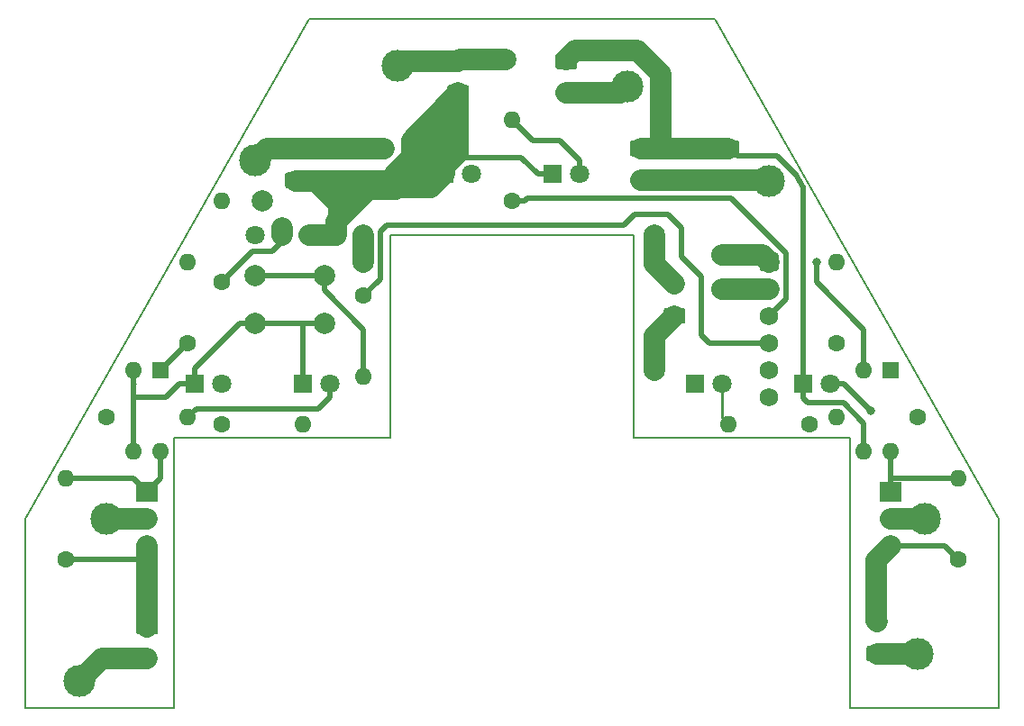
<source format=gbr>
%TF.GenerationSoftware,KiCad,Pcbnew,5.0.2-bee76a0~70~ubuntu18.04.1*%
%TF.CreationDate,2020-12-06T16:42:28+01:00*%
%TF.ProjectId,Robot-power-control,526f626f-742d-4706-9f77-65722d636f6e,rev?*%
%TF.SameCoordinates,Original*%
%TF.FileFunction,Copper,L2,Bot*%
%TF.FilePolarity,Positive*%
%FSLAX46Y46*%
G04 Gerber Fmt 4.6, Leading zero omitted, Abs format (unit mm)*
G04 Created by KiCad (PCBNEW 5.0.2-bee76a0~70~ubuntu18.04.1) date dim. 06 déc. 2020 16:42:28 CET*
%MOMM*%
%LPD*%
G01*
G04 APERTURE LIST*
%ADD10C,0.200000*%
%ADD11C,1.800000*%
%ADD12C,1.740000*%
%ADD13C,0.150000*%
%ADD14O,2.000000X1.905000*%
%ADD15R,2.000000X1.905000*%
%ADD16O,1.600000X1.600000*%
%ADD17R,1.600000X1.600000*%
%ADD18C,1.600000*%
%ADD19O,2.020000X1.500000*%
%ADD20C,1.500000*%
%ADD21R,1.800000X1.800000*%
%ADD22C,3.000000*%
%ADD23C,2.000000*%
%ADD24C,0.800000*%
%ADD25C,0.250000*%
%ADD26C,2.000000*%
%ADD27C,0.500000*%
G04 APERTURE END LIST*
D10*
X88900000Y-50800000D02*
X115570000Y-97790000D01*
X115570000Y-115570000D02*
X115570000Y-97790000D01*
X101600000Y-115570000D02*
X115570000Y-115570000D01*
X101600000Y-90170000D02*
X101600000Y-115570000D01*
X81280000Y-90170000D02*
X101600000Y-90170000D01*
X81280000Y-71120000D02*
X81280000Y-90170000D01*
X58420000Y-71120000D02*
X81280000Y-71120000D01*
X58420000Y-90170000D02*
X58420000Y-71120000D01*
X38100000Y-90170000D02*
X58420000Y-90170000D01*
X38100000Y-115570000D02*
X38100000Y-90170000D01*
X24130000Y-115570000D02*
X38100000Y-115570000D01*
X24130000Y-97790000D02*
X24130000Y-115570000D01*
X50800000Y-50800000D02*
X24130000Y-97790000D01*
X50800000Y-50800000D02*
X88900000Y-50800000D01*
D11*
X45720000Y-71120000D03*
X48260000Y-71120000D03*
X50800000Y-71120000D03*
X53340000Y-71120000D03*
X55880000Y-71120000D03*
D12*
X93980000Y-86360000D03*
X93980000Y-83820000D03*
X93980000Y-81280000D03*
X93980000Y-78740000D03*
X93980000Y-76200000D03*
D13*
G36*
X94624505Y-72791204D02*
X94648773Y-72794804D01*
X94672572Y-72800765D01*
X94695671Y-72809030D01*
X94717850Y-72819520D01*
X94738893Y-72832132D01*
X94758599Y-72846747D01*
X94776777Y-72863223D01*
X94793253Y-72881401D01*
X94807868Y-72901107D01*
X94820480Y-72922150D01*
X94830970Y-72944329D01*
X94839235Y-72967428D01*
X94845196Y-72991227D01*
X94848796Y-73015495D01*
X94850000Y-73039999D01*
X94850000Y-74280001D01*
X94848796Y-74304505D01*
X94845196Y-74328773D01*
X94839235Y-74352572D01*
X94830970Y-74375671D01*
X94820480Y-74397850D01*
X94807868Y-74418893D01*
X94793253Y-74438599D01*
X94776777Y-74456777D01*
X94758599Y-74473253D01*
X94738893Y-74487868D01*
X94717850Y-74500480D01*
X94695671Y-74510970D01*
X94672572Y-74519235D01*
X94648773Y-74525196D01*
X94624505Y-74528796D01*
X94600001Y-74530000D01*
X93359999Y-74530000D01*
X93335495Y-74528796D01*
X93311227Y-74525196D01*
X93287428Y-74519235D01*
X93264329Y-74510970D01*
X93242150Y-74500480D01*
X93221107Y-74487868D01*
X93201401Y-74473253D01*
X93183223Y-74456777D01*
X93166747Y-74438599D01*
X93152132Y-74418893D01*
X93139520Y-74397850D01*
X93129030Y-74375671D01*
X93120765Y-74352572D01*
X93114804Y-74328773D01*
X93111204Y-74304505D01*
X93110000Y-74280001D01*
X93110000Y-73039999D01*
X93111204Y-73015495D01*
X93114804Y-72991227D01*
X93120765Y-72967428D01*
X93129030Y-72944329D01*
X93139520Y-72922150D01*
X93152132Y-72901107D01*
X93166747Y-72881401D01*
X93183223Y-72863223D01*
X93201401Y-72846747D01*
X93221107Y-72832132D01*
X93242150Y-72819520D01*
X93264329Y-72809030D01*
X93287428Y-72800765D01*
X93311227Y-72794804D01*
X93335495Y-72791204D01*
X93359999Y-72790000D01*
X94600001Y-72790000D01*
X94624505Y-72791204D01*
X94624505Y-72791204D01*
G37*
D12*
X93980000Y-73660000D03*
D14*
X105410000Y-100330000D03*
X105410000Y-97790000D03*
D15*
X105410000Y-95250000D03*
D14*
X35560000Y-100330000D03*
X35560000Y-97790000D03*
D15*
X35560000Y-95250000D03*
D16*
X105410000Y-91440000D03*
X102870000Y-83820000D03*
X102870000Y-91440000D03*
D17*
X105410000Y-83820000D03*
D16*
X36830000Y-91440000D03*
X34290000Y-83820000D03*
X34290000Y-91440000D03*
D17*
X36830000Y-83820000D03*
D16*
X42545000Y-67945000D03*
D18*
X42545000Y-75565000D03*
D16*
X90170000Y-88900000D03*
D18*
X97790000Y-88900000D03*
D16*
X50165000Y-88900000D03*
D18*
X42545000Y-88900000D03*
D16*
X55880000Y-84455000D03*
D18*
X55880000Y-76835000D03*
D16*
X100330000Y-73660000D03*
D18*
X100330000Y-81280000D03*
D16*
X39370000Y-73660000D03*
D18*
X39370000Y-81280000D03*
D16*
X111760000Y-93980000D03*
D18*
X111760000Y-101600000D03*
D16*
X27940000Y-93980000D03*
D18*
X27940000Y-101600000D03*
D16*
X69850000Y-60325000D03*
D18*
X69850000Y-67945000D03*
D16*
X100330000Y-88265000D03*
D18*
X107950000Y-88265000D03*
D16*
X39370000Y-88265000D03*
D18*
X31750000Y-88265000D03*
D19*
X85090000Y-75740000D03*
D13*
G36*
X85874504Y-77991204D02*
X85898773Y-77994804D01*
X85922571Y-78000765D01*
X85945671Y-78009030D01*
X85967849Y-78019520D01*
X85988893Y-78032133D01*
X86008598Y-78046747D01*
X86026777Y-78063223D01*
X86043253Y-78081402D01*
X86057867Y-78101107D01*
X86070480Y-78122151D01*
X86080970Y-78144329D01*
X86089235Y-78167429D01*
X86095196Y-78191227D01*
X86098796Y-78215496D01*
X86100000Y-78240000D01*
X86100000Y-79240000D01*
X86098796Y-79264504D01*
X86095196Y-79288773D01*
X86089235Y-79312571D01*
X86080970Y-79335671D01*
X86070480Y-79357849D01*
X86057867Y-79378893D01*
X86043253Y-79398598D01*
X86026777Y-79416777D01*
X86008598Y-79433253D01*
X85988893Y-79447867D01*
X85967849Y-79460480D01*
X85945671Y-79470970D01*
X85922571Y-79479235D01*
X85898773Y-79485196D01*
X85874504Y-79488796D01*
X85850000Y-79490000D01*
X84330000Y-79490000D01*
X84305496Y-79488796D01*
X84281227Y-79485196D01*
X84257429Y-79479235D01*
X84234329Y-79470970D01*
X84212151Y-79460480D01*
X84191107Y-79447867D01*
X84171402Y-79433253D01*
X84153223Y-79416777D01*
X84136747Y-79398598D01*
X84122133Y-79378893D01*
X84109520Y-79357849D01*
X84099030Y-79335671D01*
X84090765Y-79312571D01*
X84084804Y-79288773D01*
X84081204Y-79264504D01*
X84080000Y-79240000D01*
X84080000Y-78240000D01*
X84081204Y-78215496D01*
X84084804Y-78191227D01*
X84090765Y-78167429D01*
X84099030Y-78144329D01*
X84109520Y-78122151D01*
X84122133Y-78101107D01*
X84136747Y-78081402D01*
X84153223Y-78063223D01*
X84171402Y-78046747D01*
X84191107Y-78032133D01*
X84212151Y-78019520D01*
X84234329Y-78009030D01*
X84257429Y-78000765D01*
X84281227Y-77994804D01*
X84305496Y-77991204D01*
X84330000Y-77990000D01*
X85850000Y-77990000D01*
X85874504Y-77991204D01*
X85874504Y-77991204D01*
G37*
D20*
X85090000Y-78740000D03*
D19*
X104140000Y-107490000D03*
D13*
G36*
X104924504Y-109741204D02*
X104948773Y-109744804D01*
X104972571Y-109750765D01*
X104995671Y-109759030D01*
X105017849Y-109769520D01*
X105038893Y-109782133D01*
X105058598Y-109796747D01*
X105076777Y-109813223D01*
X105093253Y-109831402D01*
X105107867Y-109851107D01*
X105120480Y-109872151D01*
X105130970Y-109894329D01*
X105139235Y-109917429D01*
X105145196Y-109941227D01*
X105148796Y-109965496D01*
X105150000Y-109990000D01*
X105150000Y-110990000D01*
X105148796Y-111014504D01*
X105145196Y-111038773D01*
X105139235Y-111062571D01*
X105130970Y-111085671D01*
X105120480Y-111107849D01*
X105107867Y-111128893D01*
X105093253Y-111148598D01*
X105076777Y-111166777D01*
X105058598Y-111183253D01*
X105038893Y-111197867D01*
X105017849Y-111210480D01*
X104995671Y-111220970D01*
X104972571Y-111229235D01*
X104948773Y-111235196D01*
X104924504Y-111238796D01*
X104900000Y-111240000D01*
X103380000Y-111240000D01*
X103355496Y-111238796D01*
X103331227Y-111235196D01*
X103307429Y-111229235D01*
X103284329Y-111220970D01*
X103262151Y-111210480D01*
X103241107Y-111197867D01*
X103221402Y-111183253D01*
X103203223Y-111166777D01*
X103186747Y-111148598D01*
X103172133Y-111128893D01*
X103159520Y-111107849D01*
X103149030Y-111085671D01*
X103140765Y-111062571D01*
X103134804Y-111038773D01*
X103131204Y-111014504D01*
X103130000Y-110990000D01*
X103130000Y-109990000D01*
X103131204Y-109965496D01*
X103134804Y-109941227D01*
X103140765Y-109917429D01*
X103149030Y-109894329D01*
X103159520Y-109872151D01*
X103172133Y-109851107D01*
X103186747Y-109831402D01*
X103203223Y-109813223D01*
X103221402Y-109796747D01*
X103241107Y-109782133D01*
X103262151Y-109769520D01*
X103284329Y-109759030D01*
X103307429Y-109750765D01*
X103331227Y-109744804D01*
X103355496Y-109741204D01*
X103380000Y-109740000D01*
X104900000Y-109740000D01*
X104924504Y-109741204D01*
X104924504Y-109741204D01*
G37*
D20*
X104140000Y-110490000D03*
D19*
X35560000Y-110950000D03*
D13*
G36*
X36344504Y-107201204D02*
X36368773Y-107204804D01*
X36392571Y-107210765D01*
X36415671Y-107219030D01*
X36437849Y-107229520D01*
X36458893Y-107242133D01*
X36478598Y-107256747D01*
X36496777Y-107273223D01*
X36513253Y-107291402D01*
X36527867Y-107311107D01*
X36540480Y-107332151D01*
X36550970Y-107354329D01*
X36559235Y-107377429D01*
X36565196Y-107401227D01*
X36568796Y-107425496D01*
X36570000Y-107450000D01*
X36570000Y-108450000D01*
X36568796Y-108474504D01*
X36565196Y-108498773D01*
X36559235Y-108522571D01*
X36550970Y-108545671D01*
X36540480Y-108567849D01*
X36527867Y-108588893D01*
X36513253Y-108608598D01*
X36496777Y-108626777D01*
X36478598Y-108643253D01*
X36458893Y-108657867D01*
X36437849Y-108670480D01*
X36415671Y-108680970D01*
X36392571Y-108689235D01*
X36368773Y-108695196D01*
X36344504Y-108698796D01*
X36320000Y-108700000D01*
X34800000Y-108700000D01*
X34775496Y-108698796D01*
X34751227Y-108695196D01*
X34727429Y-108689235D01*
X34704329Y-108680970D01*
X34682151Y-108670480D01*
X34661107Y-108657867D01*
X34641402Y-108643253D01*
X34623223Y-108626777D01*
X34606747Y-108608598D01*
X34592133Y-108588893D01*
X34579520Y-108567849D01*
X34569030Y-108545671D01*
X34560765Y-108522571D01*
X34554804Y-108498773D01*
X34551204Y-108474504D01*
X34550000Y-108450000D01*
X34550000Y-107450000D01*
X34551204Y-107425496D01*
X34554804Y-107401227D01*
X34560765Y-107377429D01*
X34569030Y-107354329D01*
X34579520Y-107332151D01*
X34592133Y-107311107D01*
X34606747Y-107291402D01*
X34623223Y-107273223D01*
X34641402Y-107256747D01*
X34661107Y-107242133D01*
X34682151Y-107229520D01*
X34704329Y-107219030D01*
X34727429Y-107210765D01*
X34751227Y-107204804D01*
X34775496Y-107201204D01*
X34800000Y-107200000D01*
X36320000Y-107200000D01*
X36344504Y-107201204D01*
X36344504Y-107201204D01*
G37*
D20*
X35560000Y-107950000D03*
D19*
X81906500Y-66007500D03*
D13*
G36*
X82691004Y-62258704D02*
X82715273Y-62262304D01*
X82739071Y-62268265D01*
X82762171Y-62276530D01*
X82784349Y-62287020D01*
X82805393Y-62299633D01*
X82825098Y-62314247D01*
X82843277Y-62330723D01*
X82859753Y-62348902D01*
X82874367Y-62368607D01*
X82886980Y-62389651D01*
X82897470Y-62411829D01*
X82905735Y-62434929D01*
X82911696Y-62458727D01*
X82915296Y-62482996D01*
X82916500Y-62507500D01*
X82916500Y-63507500D01*
X82915296Y-63532004D01*
X82911696Y-63556273D01*
X82905735Y-63580071D01*
X82897470Y-63603171D01*
X82886980Y-63625349D01*
X82874367Y-63646393D01*
X82859753Y-63666098D01*
X82843277Y-63684277D01*
X82825098Y-63700753D01*
X82805393Y-63715367D01*
X82784349Y-63727980D01*
X82762171Y-63738470D01*
X82739071Y-63746735D01*
X82715273Y-63752696D01*
X82691004Y-63756296D01*
X82666500Y-63757500D01*
X81146500Y-63757500D01*
X81121996Y-63756296D01*
X81097727Y-63752696D01*
X81073929Y-63746735D01*
X81050829Y-63738470D01*
X81028651Y-63727980D01*
X81007607Y-63715367D01*
X80987902Y-63700753D01*
X80969723Y-63684277D01*
X80953247Y-63666098D01*
X80938633Y-63646393D01*
X80926020Y-63625349D01*
X80915530Y-63603171D01*
X80907265Y-63580071D01*
X80901304Y-63556273D01*
X80897704Y-63532004D01*
X80896500Y-63507500D01*
X80896500Y-62507500D01*
X80897704Y-62482996D01*
X80901304Y-62458727D01*
X80907265Y-62434929D01*
X80915530Y-62411829D01*
X80926020Y-62389651D01*
X80938633Y-62368607D01*
X80953247Y-62348902D01*
X80969723Y-62330723D01*
X80987902Y-62314247D01*
X81007607Y-62299633D01*
X81028651Y-62287020D01*
X81050829Y-62276530D01*
X81073929Y-62268265D01*
X81097727Y-62262304D01*
X81121996Y-62258704D01*
X81146500Y-62257500D01*
X82666500Y-62257500D01*
X82691004Y-62258704D01*
X82691004Y-62258704D01*
G37*
D20*
X81906500Y-63007500D03*
D19*
X57785000Y-63007500D03*
D13*
G36*
X58569504Y-65258704D02*
X58593773Y-65262304D01*
X58617571Y-65268265D01*
X58640671Y-65276530D01*
X58662849Y-65287020D01*
X58683893Y-65299633D01*
X58703598Y-65314247D01*
X58721777Y-65330723D01*
X58738253Y-65348902D01*
X58752867Y-65368607D01*
X58765480Y-65389651D01*
X58775970Y-65411829D01*
X58784235Y-65434929D01*
X58790196Y-65458727D01*
X58793796Y-65482996D01*
X58795000Y-65507500D01*
X58795000Y-66507500D01*
X58793796Y-66532004D01*
X58790196Y-66556273D01*
X58784235Y-66580071D01*
X58775970Y-66603171D01*
X58765480Y-66625349D01*
X58752867Y-66646393D01*
X58738253Y-66666098D01*
X58721777Y-66684277D01*
X58703598Y-66700753D01*
X58683893Y-66715367D01*
X58662849Y-66727980D01*
X58640671Y-66738470D01*
X58617571Y-66746735D01*
X58593773Y-66752696D01*
X58569504Y-66756296D01*
X58545000Y-66757500D01*
X57025000Y-66757500D01*
X57000496Y-66756296D01*
X56976227Y-66752696D01*
X56952429Y-66746735D01*
X56929329Y-66738470D01*
X56907151Y-66727980D01*
X56886107Y-66715367D01*
X56866402Y-66700753D01*
X56848223Y-66684277D01*
X56831747Y-66666098D01*
X56817133Y-66646393D01*
X56804520Y-66625349D01*
X56794030Y-66603171D01*
X56785765Y-66580071D01*
X56779804Y-66556273D01*
X56776204Y-66532004D01*
X56775000Y-66507500D01*
X56775000Y-65507500D01*
X56776204Y-65482996D01*
X56779804Y-65458727D01*
X56785765Y-65434929D01*
X56794030Y-65411829D01*
X56804520Y-65389651D01*
X56817133Y-65368607D01*
X56831747Y-65348902D01*
X56848223Y-65330723D01*
X56866402Y-65314247D01*
X56886107Y-65299633D01*
X56907151Y-65287020D01*
X56929329Y-65276530D01*
X56952429Y-65268265D01*
X56976227Y-65262304D01*
X57000496Y-65258704D01*
X57025000Y-65257500D01*
X58545000Y-65257500D01*
X58569504Y-65258704D01*
X58569504Y-65258704D01*
G37*
D20*
X57785000Y-66007500D03*
D19*
X90170000Y-66007500D03*
D13*
G36*
X90954504Y-62258704D02*
X90978773Y-62262304D01*
X91002571Y-62268265D01*
X91025671Y-62276530D01*
X91047849Y-62287020D01*
X91068893Y-62299633D01*
X91088598Y-62314247D01*
X91106777Y-62330723D01*
X91123253Y-62348902D01*
X91137867Y-62368607D01*
X91150480Y-62389651D01*
X91160970Y-62411829D01*
X91169235Y-62434929D01*
X91175196Y-62458727D01*
X91178796Y-62482996D01*
X91180000Y-62507500D01*
X91180000Y-63507500D01*
X91178796Y-63532004D01*
X91175196Y-63556273D01*
X91169235Y-63580071D01*
X91160970Y-63603171D01*
X91150480Y-63625349D01*
X91137867Y-63646393D01*
X91123253Y-63666098D01*
X91106777Y-63684277D01*
X91088598Y-63700753D01*
X91068893Y-63715367D01*
X91047849Y-63727980D01*
X91025671Y-63738470D01*
X91002571Y-63746735D01*
X90978773Y-63752696D01*
X90954504Y-63756296D01*
X90930000Y-63757500D01*
X89410000Y-63757500D01*
X89385496Y-63756296D01*
X89361227Y-63752696D01*
X89337429Y-63746735D01*
X89314329Y-63738470D01*
X89292151Y-63727980D01*
X89271107Y-63715367D01*
X89251402Y-63700753D01*
X89233223Y-63684277D01*
X89216747Y-63666098D01*
X89202133Y-63646393D01*
X89189520Y-63625349D01*
X89179030Y-63603171D01*
X89170765Y-63580071D01*
X89164804Y-63556273D01*
X89161204Y-63532004D01*
X89160000Y-63507500D01*
X89160000Y-62507500D01*
X89161204Y-62482996D01*
X89164804Y-62458727D01*
X89170765Y-62434929D01*
X89179030Y-62411829D01*
X89189520Y-62389651D01*
X89202133Y-62368607D01*
X89216747Y-62348902D01*
X89233223Y-62330723D01*
X89251402Y-62314247D01*
X89271107Y-62299633D01*
X89292151Y-62287020D01*
X89314329Y-62276530D01*
X89337429Y-62268265D01*
X89361227Y-62262304D01*
X89385496Y-62258704D01*
X89410000Y-62257500D01*
X90930000Y-62257500D01*
X90954504Y-62258704D01*
X90954504Y-62258704D01*
G37*
D20*
X90170000Y-63007500D03*
D19*
X49530000Y-63007500D03*
D13*
G36*
X50314504Y-65258704D02*
X50338773Y-65262304D01*
X50362571Y-65268265D01*
X50385671Y-65276530D01*
X50407849Y-65287020D01*
X50428893Y-65299633D01*
X50448598Y-65314247D01*
X50466777Y-65330723D01*
X50483253Y-65348902D01*
X50497867Y-65368607D01*
X50510480Y-65389651D01*
X50520970Y-65411829D01*
X50529235Y-65434929D01*
X50535196Y-65458727D01*
X50538796Y-65482996D01*
X50540000Y-65507500D01*
X50540000Y-66507500D01*
X50538796Y-66532004D01*
X50535196Y-66556273D01*
X50529235Y-66580071D01*
X50520970Y-66603171D01*
X50510480Y-66625349D01*
X50497867Y-66646393D01*
X50483253Y-66666098D01*
X50466777Y-66684277D01*
X50448598Y-66700753D01*
X50428893Y-66715367D01*
X50407849Y-66727980D01*
X50385671Y-66738470D01*
X50362571Y-66746735D01*
X50338773Y-66752696D01*
X50314504Y-66756296D01*
X50290000Y-66757500D01*
X48770000Y-66757500D01*
X48745496Y-66756296D01*
X48721227Y-66752696D01*
X48697429Y-66746735D01*
X48674329Y-66738470D01*
X48652151Y-66727980D01*
X48631107Y-66715367D01*
X48611402Y-66700753D01*
X48593223Y-66684277D01*
X48576747Y-66666098D01*
X48562133Y-66646393D01*
X48549520Y-66625349D01*
X48539030Y-66603171D01*
X48530765Y-66580071D01*
X48524804Y-66556273D01*
X48521204Y-66532004D01*
X48520000Y-66507500D01*
X48520000Y-65507500D01*
X48521204Y-65482996D01*
X48524804Y-65458727D01*
X48530765Y-65434929D01*
X48539030Y-65411829D01*
X48549520Y-65389651D01*
X48562133Y-65368607D01*
X48576747Y-65348902D01*
X48593223Y-65330723D01*
X48611402Y-65314247D01*
X48631107Y-65299633D01*
X48652151Y-65287020D01*
X48674329Y-65276530D01*
X48697429Y-65268265D01*
X48721227Y-65262304D01*
X48745496Y-65258704D01*
X48770000Y-65257500D01*
X50290000Y-65257500D01*
X50314504Y-65258704D01*
X50314504Y-65258704D01*
G37*
D20*
X49530000Y-66007500D03*
D19*
X74921500Y-57816000D03*
D13*
G36*
X75706004Y-54067204D02*
X75730273Y-54070804D01*
X75754071Y-54076765D01*
X75777171Y-54085030D01*
X75799349Y-54095520D01*
X75820393Y-54108133D01*
X75840098Y-54122747D01*
X75858277Y-54139223D01*
X75874753Y-54157402D01*
X75889367Y-54177107D01*
X75901980Y-54198151D01*
X75912470Y-54220329D01*
X75920735Y-54243429D01*
X75926696Y-54267227D01*
X75930296Y-54291496D01*
X75931500Y-54316000D01*
X75931500Y-55316000D01*
X75930296Y-55340504D01*
X75926696Y-55364773D01*
X75920735Y-55388571D01*
X75912470Y-55411671D01*
X75901980Y-55433849D01*
X75889367Y-55454893D01*
X75874753Y-55474598D01*
X75858277Y-55492777D01*
X75840098Y-55509253D01*
X75820393Y-55523867D01*
X75799349Y-55536480D01*
X75777171Y-55546970D01*
X75754071Y-55555235D01*
X75730273Y-55561196D01*
X75706004Y-55564796D01*
X75681500Y-55566000D01*
X74161500Y-55566000D01*
X74136996Y-55564796D01*
X74112727Y-55561196D01*
X74088929Y-55555235D01*
X74065829Y-55546970D01*
X74043651Y-55536480D01*
X74022607Y-55523867D01*
X74002902Y-55509253D01*
X73984723Y-55492777D01*
X73968247Y-55474598D01*
X73953633Y-55454893D01*
X73941020Y-55433849D01*
X73930530Y-55411671D01*
X73922265Y-55388571D01*
X73916304Y-55364773D01*
X73912704Y-55340504D01*
X73911500Y-55316000D01*
X73911500Y-54316000D01*
X73912704Y-54291496D01*
X73916304Y-54267227D01*
X73922265Y-54243429D01*
X73930530Y-54220329D01*
X73941020Y-54198151D01*
X73953633Y-54177107D01*
X73968247Y-54157402D01*
X73984723Y-54139223D01*
X74002902Y-54122747D01*
X74022607Y-54108133D01*
X74043651Y-54095520D01*
X74065829Y-54085030D01*
X74088929Y-54076765D01*
X74112727Y-54070804D01*
X74136996Y-54067204D01*
X74161500Y-54066000D01*
X75681500Y-54066000D01*
X75706004Y-54067204D01*
X75706004Y-54067204D01*
G37*
D20*
X74921500Y-54816000D03*
D19*
X64770000Y-54785000D03*
D13*
G36*
X65554504Y-57036204D02*
X65578773Y-57039804D01*
X65602571Y-57045765D01*
X65625671Y-57054030D01*
X65647849Y-57064520D01*
X65668893Y-57077133D01*
X65688598Y-57091747D01*
X65706777Y-57108223D01*
X65723253Y-57126402D01*
X65737867Y-57146107D01*
X65750480Y-57167151D01*
X65760970Y-57189329D01*
X65769235Y-57212429D01*
X65775196Y-57236227D01*
X65778796Y-57260496D01*
X65780000Y-57285000D01*
X65780000Y-58285000D01*
X65778796Y-58309504D01*
X65775196Y-58333773D01*
X65769235Y-58357571D01*
X65760970Y-58380671D01*
X65750480Y-58402849D01*
X65737867Y-58423893D01*
X65723253Y-58443598D01*
X65706777Y-58461777D01*
X65688598Y-58478253D01*
X65668893Y-58492867D01*
X65647849Y-58505480D01*
X65625671Y-58515970D01*
X65602571Y-58524235D01*
X65578773Y-58530196D01*
X65554504Y-58533796D01*
X65530000Y-58535000D01*
X64010000Y-58535000D01*
X63985496Y-58533796D01*
X63961227Y-58530196D01*
X63937429Y-58524235D01*
X63914329Y-58515970D01*
X63892151Y-58505480D01*
X63871107Y-58492867D01*
X63851402Y-58478253D01*
X63833223Y-58461777D01*
X63816747Y-58443598D01*
X63802133Y-58423893D01*
X63789520Y-58402849D01*
X63779030Y-58380671D01*
X63770765Y-58357571D01*
X63764804Y-58333773D01*
X63761204Y-58309504D01*
X63760000Y-58285000D01*
X63760000Y-57285000D01*
X63761204Y-57260496D01*
X63764804Y-57236227D01*
X63770765Y-57212429D01*
X63779030Y-57189329D01*
X63789520Y-57167151D01*
X63802133Y-57146107D01*
X63816747Y-57126402D01*
X63833223Y-57108223D01*
X63851402Y-57091747D01*
X63871107Y-57077133D01*
X63892151Y-57064520D01*
X63914329Y-57054030D01*
X63937429Y-57045765D01*
X63961227Y-57039804D01*
X63985496Y-57036204D01*
X64010000Y-57035000D01*
X65530000Y-57035000D01*
X65554504Y-57036204D01*
X65554504Y-57036204D01*
G37*
D20*
X64770000Y-57785000D03*
D11*
X66040000Y-65405000D03*
D21*
X63500000Y-65405000D03*
X86995000Y-85090000D03*
D11*
X89535000Y-85090000D03*
X42545000Y-85090000D03*
D21*
X40005000Y-85090000D03*
D11*
X76200000Y-65405000D03*
D21*
X73660000Y-65405000D03*
X97155000Y-85090000D03*
D11*
X99695000Y-85090000D03*
D21*
X50165000Y-85090000D03*
D11*
X52705000Y-85090000D03*
D22*
X59055000Y-55245000D03*
X29210000Y-113030000D03*
X45720000Y-64135000D03*
X80645000Y-57150000D03*
X107950000Y-110490000D03*
X108585000Y-97790000D03*
X93980000Y-66040000D03*
X31750000Y-97790000D03*
D23*
X45720000Y-79430000D03*
X45720000Y-74930000D03*
X52220000Y-79430000D03*
X52220000Y-74930000D03*
X69215000Y-54610000D03*
X83185000Y-71120000D03*
X83185000Y-83820000D03*
X55880000Y-73660000D03*
X89535000Y-76200000D03*
X54610000Y-67310000D03*
X89535000Y-73025000D03*
X46355000Y-67945000D03*
D24*
X98425000Y-73660000D03*
X103505000Y-87630000D03*
D25*
X38855000Y-85090000D02*
X40005000Y-85090000D01*
X34290000Y-84951370D02*
X34428630Y-85090000D01*
X34290000Y-83820000D02*
X34290000Y-84951370D01*
D26*
X60289990Y-65440010D02*
X63500000Y-62230000D01*
X63500000Y-59055000D02*
X63500000Y-62230000D01*
X63500000Y-62230000D02*
X63500000Y-65405000D01*
X63949290Y-60269836D02*
X63949290Y-58605710D01*
X63500000Y-65405000D02*
X58814126Y-65405000D01*
X63500000Y-65405000D02*
X63500000Y-59055000D01*
D27*
X34290000Y-86360000D02*
X37335000Y-86360000D01*
X34290000Y-86360000D02*
X34290000Y-91440000D01*
X34290000Y-83820000D02*
X34290000Y-86360000D01*
X38605000Y-85090000D02*
X40005000Y-85090000D01*
X37335000Y-86360000D02*
X38605000Y-85090000D01*
X44305787Y-79430000D02*
X45720000Y-79430000D01*
X44265000Y-79430000D02*
X44305787Y-79430000D01*
X40005000Y-83690000D02*
X44265000Y-79430000D01*
X40005000Y-85090000D02*
X40005000Y-83690000D01*
X50165000Y-85090000D02*
X50165000Y-79430000D01*
X45720000Y-79430000D02*
X50165000Y-79430000D01*
X50165000Y-79430000D02*
X52220000Y-79430000D01*
D26*
X49530000Y-66040000D02*
X53975000Y-66040000D01*
X49530000Y-66040000D02*
X52070000Y-66040000D01*
X53975000Y-66040000D02*
X55245000Y-66040000D01*
X55245000Y-66040000D02*
X57785000Y-66040000D01*
X63500000Y-65405000D02*
X58825998Y-65405000D01*
D27*
X72260000Y-65405000D02*
X73660000Y-65405000D01*
X63650001Y-63854999D02*
X70709999Y-63854999D01*
X70709999Y-63854999D02*
X72260000Y-65405000D01*
X63500000Y-64005000D02*
X63650001Y-63854999D01*
X63500000Y-65405000D02*
X63500000Y-64005000D01*
X98425000Y-73660000D02*
X98425000Y-75565000D01*
X102870000Y-83820000D02*
X102870000Y-80010000D01*
X102870000Y-80010000D02*
X98425000Y-75565000D01*
D26*
X93345000Y-73025000D02*
X93980000Y-73660000D01*
X89535000Y-73025000D02*
X93345000Y-73025000D01*
X50800000Y-71120000D02*
X53340000Y-71120000D01*
X53610001Y-68309999D02*
X54610000Y-67310000D01*
X53340000Y-69847208D02*
X53610001Y-69577207D01*
X53610001Y-69577207D02*
X53610001Y-68309999D01*
X51340002Y-66040000D02*
X53610001Y-68309999D01*
X49530000Y-66040000D02*
X51340002Y-66040000D01*
X56326498Y-66860710D02*
X56964290Y-66860710D01*
X56964290Y-66860710D02*
X57785000Y-66040000D01*
X53340000Y-69847208D02*
X56326498Y-66860710D01*
X53340000Y-71120000D02*
X53340000Y-69847208D01*
D27*
X58640288Y-65219290D02*
X58825998Y-65405000D01*
X58605710Y-65219290D02*
X58640288Y-65219290D01*
X57785000Y-66040000D02*
X58605710Y-65219290D01*
D26*
X63500000Y-65405000D02*
X62230000Y-66675000D01*
X62230000Y-66675000D02*
X59055000Y-66675000D01*
X58869290Y-66860710D02*
X56326498Y-66860710D01*
X59055000Y-66675000D02*
X58869290Y-66860710D01*
X63500000Y-59148802D02*
X60418802Y-62230000D01*
X63500000Y-59055000D02*
X63500000Y-59148802D01*
X60418802Y-63199676D02*
X60719126Y-63500000D01*
X60418802Y-62230000D02*
X60418802Y-63199676D01*
X58814126Y-65405000D02*
X60719126Y-63500000D01*
X60719126Y-63500000D02*
X63949290Y-60269836D01*
X64770000Y-57785000D02*
X63500000Y-59055000D01*
X64770000Y-57785000D02*
X64770000Y-63418998D01*
X63500000Y-64688998D02*
X64770000Y-63418998D01*
X63500000Y-65405000D02*
X63500000Y-64688998D01*
X83820000Y-56032998D02*
X83820000Y-62865000D01*
X81576292Y-53789290D02*
X83820000Y-56032998D01*
X75750710Y-53789290D02*
X81576292Y-53789290D01*
X74930000Y-54610000D02*
X75750710Y-53789290D01*
D27*
X100978001Y-86914999D02*
X102870000Y-88806998D01*
X102870000Y-90308630D02*
X102870000Y-91440000D01*
X97579999Y-86914999D02*
X100978001Y-86914999D01*
X97155000Y-86490000D02*
X97579999Y-86914999D01*
X97155000Y-85090000D02*
X97155000Y-86490000D01*
X102870000Y-88806998D02*
X102870000Y-90308630D01*
X96460943Y-65438521D02*
X97155000Y-66661384D01*
X94708132Y-63685710D02*
X96460943Y-65438521D01*
X90170000Y-62865000D02*
X90990710Y-63685710D01*
X90990710Y-63685710D02*
X94708132Y-63685710D01*
X97155000Y-66661384D02*
X97155000Y-69215000D01*
X97155000Y-85090000D02*
X97155000Y-69215000D01*
X97155000Y-69215000D02*
X97155000Y-66863976D01*
D26*
X81906500Y-63007500D02*
X90170000Y-63007500D01*
X104140000Y-110490000D02*
X107950000Y-110490000D01*
X79979000Y-57816000D02*
X80645000Y-57150000D01*
X74921500Y-57816000D02*
X79979000Y-57816000D01*
X31290000Y-110950000D02*
X35560000Y-110950000D01*
X29210000Y-113030000D02*
X31290000Y-110950000D01*
X83185000Y-73835000D02*
X85090000Y-75740000D01*
X83185000Y-71120000D02*
X83185000Y-73835000D01*
X64945000Y-54610000D02*
X64770000Y-54785000D01*
X69215000Y-54610000D02*
X64945000Y-54610000D01*
X59515000Y-54785000D02*
X59055000Y-55245000D01*
X64770000Y-54785000D02*
X59515000Y-54785000D01*
D25*
X104140000Y-100330000D02*
X105410000Y-100330000D01*
D26*
X104064999Y-107414999D02*
X104064999Y-101675001D01*
X104064999Y-101675001D02*
X105410000Y-100330000D01*
X104140000Y-107490000D02*
X104064999Y-107414999D01*
D27*
X110490000Y-100330000D02*
X111760000Y-101600000D01*
X105410000Y-100330000D02*
X110490000Y-100330000D01*
D26*
X105410000Y-97790000D02*
X108585000Y-97790000D01*
X93805000Y-65865000D02*
X93980000Y-66040000D01*
X81906500Y-66007500D02*
X90170000Y-66007500D01*
X93947500Y-66007500D02*
X93980000Y-66040000D01*
X90170000Y-66007500D02*
X93947500Y-66007500D01*
X31750000Y-97790000D02*
X35560000Y-97790000D01*
X49530000Y-63040000D02*
X57785000Y-63040000D01*
X46815000Y-63040000D02*
X45720000Y-64135000D01*
X49530000Y-63040000D02*
X46815000Y-63040000D01*
D27*
X111760000Y-93980000D02*
X105410000Y-93980000D01*
X105410000Y-95250000D02*
X105410000Y-93980000D01*
X105410000Y-93980000D02*
X105410000Y-91440000D01*
D25*
X35512500Y-95250000D02*
X35560000Y-95250000D01*
X35607500Y-95250000D02*
X35560000Y-95250000D01*
D27*
X34290000Y-93980000D02*
X35560000Y-95250000D01*
X27940000Y-93980000D02*
X34290000Y-93980000D01*
X36830000Y-93980000D02*
X35560000Y-95250000D01*
X36830000Y-91440000D02*
X36830000Y-93980000D01*
D25*
X89535000Y-88265000D02*
X90170000Y-88900000D01*
X89535000Y-85090000D02*
X89535000Y-88265000D01*
D27*
X76200000Y-64132208D02*
X74297792Y-62230000D01*
X76200000Y-65405000D02*
X76200000Y-64132208D01*
X71755000Y-62230000D02*
X74295000Y-62230000D01*
X69850000Y-60325000D02*
X71755000Y-62230000D01*
X74297792Y-62230000D02*
X74295000Y-62230000D01*
X100330000Y-85090000D02*
X99695000Y-85090000D01*
X100965000Y-85090000D02*
X99695000Y-85090000D01*
X103505000Y-87630000D02*
X100965000Y-85090000D01*
X51602791Y-87465001D02*
X52705000Y-86362792D01*
X40169999Y-87465001D02*
X51602791Y-87465001D01*
X52705000Y-86362792D02*
X52705000Y-85090000D01*
X39370000Y-88265000D02*
X40169999Y-87465001D01*
D26*
X89535000Y-76200000D02*
X93980000Y-76200000D01*
X55880000Y-71120000D02*
X55880000Y-73660000D01*
D27*
X90371387Y-67679999D02*
X71246371Y-67679999D01*
X95530010Y-72838622D02*
X90371387Y-67679999D01*
X95530010Y-77189990D02*
X95530010Y-72838622D01*
X93980000Y-78740000D02*
X95530010Y-77189990D01*
X70981370Y-67945000D02*
X69850000Y-67945000D01*
X71246371Y-67679999D02*
X70981370Y-67945000D01*
X88343802Y-81280000D02*
X93980000Y-81280000D01*
X87618801Y-80554999D02*
X88343802Y-81280000D01*
X87618801Y-75062603D02*
X87618801Y-80554999D01*
X85725000Y-73168802D02*
X87618801Y-75062603D01*
X55880000Y-76835000D02*
X57430010Y-75284990D01*
X84455000Y-69215000D02*
X85725000Y-70485000D01*
X57430010Y-75284990D02*
X57430010Y-70839990D01*
X57430010Y-70839990D02*
X58044999Y-70225001D01*
X58044999Y-70225001D02*
X80348801Y-70225001D01*
X85725000Y-70485000D02*
X85725000Y-73168802D01*
X80348801Y-70225001D02*
X81358802Y-69215000D01*
X81358802Y-69215000D02*
X84455000Y-69215000D01*
X45439999Y-72670001D02*
X47344999Y-72670001D01*
X47995001Y-72019999D02*
X48895000Y-71120000D01*
X47344999Y-72670001D02*
X47995001Y-72019999D01*
X42545000Y-75565000D02*
X45439999Y-72670001D01*
D26*
X83185000Y-80645000D02*
X85090000Y-78740000D01*
X83185000Y-83820000D02*
X83185000Y-80645000D01*
X48260000Y-71120000D02*
X48260000Y-70485000D01*
D27*
X36830000Y-83820000D02*
X39370000Y-81280000D01*
X52220000Y-74930000D02*
X45720000Y-74930000D01*
X55880000Y-80004213D02*
X55880000Y-83323630D01*
X55880000Y-83323630D02*
X55880000Y-84455000D01*
X52220000Y-76344213D02*
X55880000Y-80004213D01*
X52220000Y-74930000D02*
X52220000Y-76344213D01*
D25*
X35512500Y-100330000D02*
X35560000Y-100330000D01*
D26*
X35560000Y-103282500D02*
X35560000Y-107950000D01*
X35560000Y-103282500D02*
X35560000Y-101600000D01*
X35560000Y-101600000D02*
X35560000Y-100330000D01*
D27*
X27940000Y-101600000D02*
X35560000Y-101600000D01*
M02*

</source>
